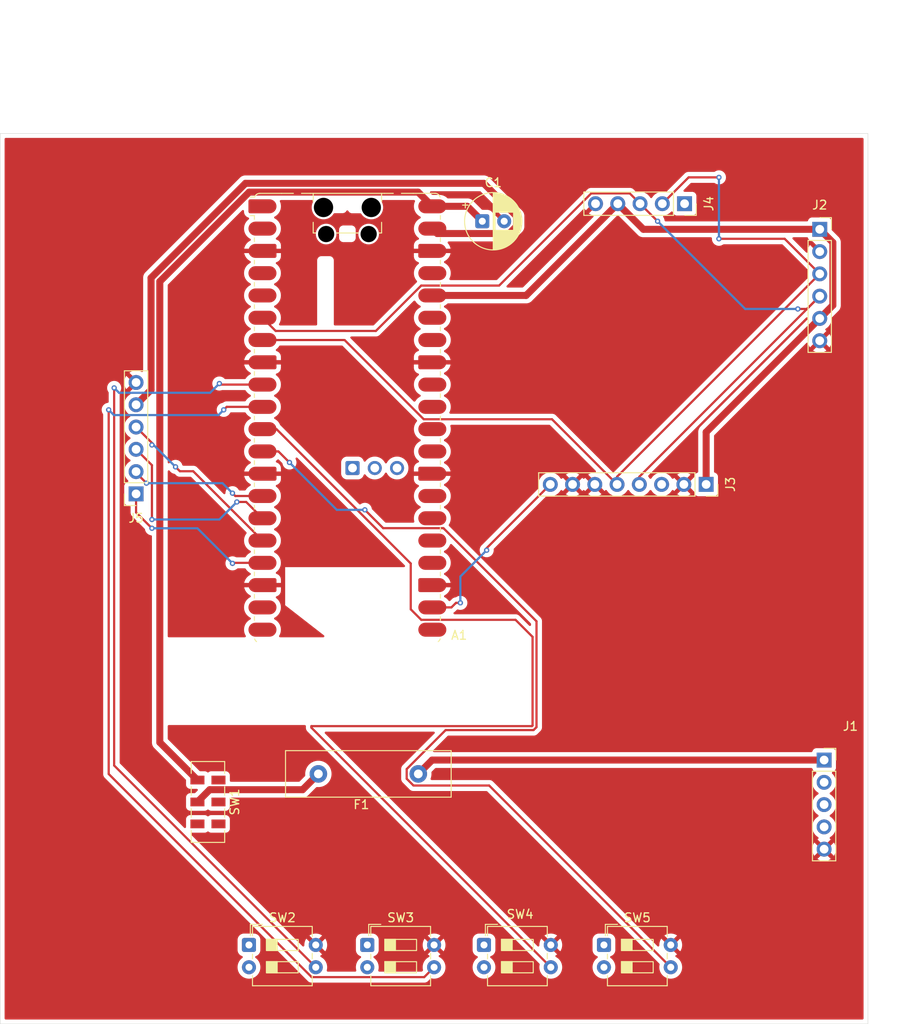
<source format=kicad_pcb>
(kicad_pcb (version 20241229) (generator "pcbnew") (generator_version "9.0")
  (layers (0 "F.Cu" signal) (2 "B.Cu" signal) (13 "F.Paste" user) (15 "B.Paste" user) (5 "F.SilkS" user "F.Silkscreen") (7 "B.SilkS" user "B.Silkscreen") (1 "F.Mask" user) (3 "B.Mask" user) (25 "Edge.Cuts" user))
  (net 0 "")
  (net 2 "RES")
  (net 5 "SCK")
  (net 7 "GND")
  (net 11 "MISO")
  (net 12 "SDA")
  (net 14 "SCL")
  (net 18 "3V3")
  (net 20 "MOSI")
  (net 21 "VSYS")
  (net 22 "CS")
  (net 27 "5V")
  (net 30 "Net-(F1-Pad2)")
  (net 34 "Net-(J1-5V)")
  (net 41 "SW2")
  (net 42 "SW4")
  (net 43 "SW1")
  (net 44 "SW3")
  (footprint "Fuse:Fuse_Littelfuse-LVR100" (layer "F.Cu") (at 99.2 122 180)
    (property "Reference" "F1" (at 6.5 -3.5 0) (layer "F.SilkS"))
    (property "Value" "Bezpiecznik_Polimerowy_RXEF050_72V/0,5A")
    (pad "1" thru_hole circle (at 0 0 180) (size 2 2) (drill 1) (layers "*.Cu" "*.Mask") (net 34 "Net-(J1-5V)"))
    (pad "2" thru_hole circle (at 11.4 0 180) (size 2 2) (drill 1) (layers "*.Cu" "*.Mask") (net 30 "Net-(F1-Pad2)"))
  )
  (footprint "Button_Switch_THT:SW_DIP_SPSTx02_Slide_6.7x6.64mm_W7.62mm_P2.54mm_LowProfile" (layer "F.Cu") (at 106.695 141.5)
    (property "Reference" "SW4" (at 4.12 -3.5 0) (layer "F.SilkS"))
    (property "Value" "SW_Push_Dual")
    (pad "1" thru_hole roundrect (at 0 0) (size 1.6 1.6) (drill 0.8) (layers "*.Cu" "*.Mask") (roundrect_rratio 0.15625))
    (pad "2" thru_hole circle (at 0 2.54) (size 1.6 1.6) (drill 0.8) (layers "*.Cu" "*.Mask"))
    (pad "3" thru_hole circle (at 7.62 2.54) (size 1.6 1.6) (drill 0.8) (layers "*.Cu" "*.Mask") (net 44 "SW3"))
    (pad "4" thru_hole circle (at 7.62 0) (size 1.6 1.6) (drill 0.8) (layers "*.Cu" "*.Mask") (net 7 "GND"))
  )
  (footprint "Capacitor_THT:CP_Radial_D6.3mm_P2.50mm" (layer "F.Cu") (at 106.5 59)
    (property "Reference" "C1" (at 1.25 -4.4 0) (layer "F.SilkS"))
    (property "Value" "Kondensator_100uF/35V")
    (pad "1" thru_hole roundrect (at 0 0) (size 1.6 1.6) (drill 0.8) (layers "*.Cu" "*.Mask") (roundrect_rratio 0.15625) (net 27 "5V"))
    (pad "2" thru_hole circle (at 2.5 0) (size 1.6 1.6) (drill 0.8) (layers "*.Cu" "*.Mask") (net 7 "GND"))
  )
  (footprint "Module:RaspberryPi_Pico_W_SMD_HandSolder" (layer "F.Cu") (at 91.11 81.43)
    (property "Reference" "A1" (at 11.7475 24.765 0) (layer "F.SilkS") (effects (justify left)))
    (property "Value" "RaspberryPi_Pico_2W")
    (pad "" smd rect (at -8.89 -24.13) (size 3.8 2.2) (drill (offset -0.8 0)) (layers "F.Paste"))
    (pad "" smd rect (at -8.89 -21.59) (size 3.8 2.2) (drill (offset -0.8 0)) (layers "F.Paste"))
    (pad "" smd rect (at -8.89 -19.05) (size 3.8 2.2) (drill (offset -0.8 0)) (layers "F.Paste"))
    (pad "" smd rect (at -8.89 -16.51) (size 3.8 2.2) (drill (offset -0.8 0)) (layers "F.Paste"))
    (pad "" smd rect (at -8.89 -13.97) (size 3.8 2.2) (drill (offset -0.8 0)) (layers "F.Paste"))
    (pad "" smd rect (at -8.89 -11.43) (size 3.8 2.2) (drill (offset -0.8 0)) (layers "F.Paste"))
    (pad "" smd rect (at -8.89 -8.89) (size 3.8 2.2) (drill (offset -0.8 0)) (layers "F.Paste"))
    (pad "" smd rect (at -8.89 -6.35) (size 3.8 2.2) (drill (offset -0.8 0)) (layers "F.Paste"))
    (pad "" smd rect (at -8.89 -3.81) (size 3.8 2.2) (drill (offset -0.8 0)) (layers "F.Paste"))
    (pad "" smd rect (at -8.89 -1.27) (size 3.8 2.2) (drill (offset -0.8 0)) (layers "F.Paste"))
    (pad "" smd rect (at -8.89 1.27) (size 3.8 2.2) (drill (offset -0.8 0)) (layers "F.Paste"))
    (pad "" smd rect (at -8.89 3.81) (size 3.8 2.2) (drill (offset -0.8 0)) (layers "F.Paste"))
    (pad "" smd rect (at -8.89 6.35) (size 3.8 2.2) (drill (offset -0.8 0)) (layers "F.Paste"))
    (pad "" smd rect (at -8.89 8.89) (size 3.8 2.2) (drill (offset -0.8 0)) (layers "F.Paste"))
    (pad "" smd rect (at -8.89 11.43) (size 3.8 2.2) (drill (offset -0.8 0)) (layers "F.Paste"))
    (pad "" smd rect (at -8.89 13.97) (size 3.8 2.2) (drill (offset -0.8 0)) (layers "F.Paste"))
    (pad "" smd rect (at -8.89 16.51) (size 3.8 2.2) (drill (offset -0.8 0)) (layers "F.Paste"))
    (pad "" smd rect (at -8.89 19.05) (size 3.8 2.2) (drill (offset -0.8 0)) (layers "F.Paste"))
    (pad "" smd rect (at -8.89 21.59) (size 3.8 2.2) (drill (offset -0.8 0)) (layers "F.Paste"))
    (pad "" smd rect (at -8.89 24.13) (size 3.8 2.2) (drill (offset -0.8 0)) (layers "F.Paste"))
    (pad "" np_thru_hole circle (at -2.725 -24) (size 2.2 2.2) (drill 2.2) (layers "*.Mask"))
    (pad "" np_thru_hole circle (at -2.425 -20.97) (size 1.85 1.85) (drill 1.85) (layers "*.Mask"))
    (pad "" np_thru_hole circle (at 2.425 -20.97) (size 1.85 1.85) (drill 1.85) (layers "*.Mask"))
    (pad "" np_thru_hole circle (at 2.725 -24) (size 2.2 2.2) (drill 2.2) (layers "*.Mask"))
    (pad "" smd rect (at 8.89 -24.13) (size 3.8 2.2) (drill (offset 0.8 0)) (layers "F.Paste"))
    (pad "" smd rect (at 8.89 -21.59) (size 3.8 2.2) (drill (offset 0.8 0)) (layers "F.Paste"))
    (pad "" smd rect (at 8.89 -19.05) (size 3.8 2.2) (drill (offset 0.8 0)) (layers "F.Paste"))
    (pad "" smd rect (at 8.89 -16.51) (size 3.8 2.2) (drill (offset 0.8 0)) (layers "F.Paste"))
    (pad "" smd rect (at 8.89 -13.97) (size 3.8 2.2) (drill (offset 0.8 0)) (layers "F.Paste"))
    (pad "" smd rect (at 8.89 -11.43) (size 3.8 2.2) (drill (offset 0.8 0)) (layers "F.Paste"))
    (pad "" smd rect (at 8.89 -8.89) (size 3.8 2.2) (drill (offset 0.8 0)) (layers "F.Paste"))
    (pad "" smd rect (at 8.89 -6.35) (size 3.8 2.2) (drill (offset 0.8 0)) (layers "F.Paste"))
    (pad "" smd rect (at 8.89 -3.81) (size 3.8 2.2) (drill (offset 0.8 0)) (layers "F.Paste"))
    (pad "" smd rect (at 8.89 -1.27) (size 3.8 2.2) (drill (offset 0.8 0)) (layers "F.Paste"))
    (pad "" smd rect (at 8.89 1.27) (size 3.8 2.2) (drill (offset 0.8 0)) (layers "F.Paste"))
    (pad "" smd rect (at 8.89 3.81) (size 3.8 2.2) (drill (offset 0.8 0)) (layers "F.Paste"))
    (pad "" smd rect (at 8.89 6.35) (size 3.8 2.2) (drill (offset 0.8 0)) (layers "F.Paste"))
    (pad "" smd rect (at 8.89 8.89) (size 3.8 2.2) (drill (offset 0.8 0)) (layers "F.Paste"))
    (pad "" smd rect (at 8.89 11.43) (size 3.8 2.2) (drill (offset 0.8 0)) (layers "F.Paste"))
    (pad "" smd rect (at 8.89 13.97) (size 3.8 2.2) (drill (offset 0.8 0)) (layers "F.Paste"))
    (pad "" smd rect (at 8.89 16.51) (size 3.8 2.2) (drill (offset 0.8 0)) (layers "F.Paste"))
    (pad "" smd rect (at 8.89 19.05) (size 3.8 2.2) (drill (offset 0.8 0)) (layers "F.Paste"))
    (pad "" smd rect (at 8.89 21.59) (size 3.8 2.2) (drill (offset 0.8 0)) (layers "F.Paste"))
    (pad "" smd rect (at 8.89 24.13) (size 3.8 2.2) (drill (offset 0.8 0)) (layers "F.Paste"))
    (pad "1" smd custom (at -9.69 -24.13) (size 1.6 0.8) (layers "F.Cu" "F.Mask") (options (clearance outline) (anchor rect)) (primitives (gr_circle (center 0.8 0) (end 1.6 0) (width 0) (fill yes)) (gr_poly (pts (xy -1.6 -0.6) (xy -1.6 0.6) (xy -1.4 0.8) (xy 0.8 0.8) (xy 0.8 -0.8) (xy -1.4 -0.8)) (width 0) (fill yes)) (gr_circle (center -1.4 -0.6) (end -1.2 -0.6) (width 0) (fill yes)) (gr_circle (center -1.4 0.6) (end -1.2 0.6) (width 0) (fill yes))))
    (pad "2" smd roundrect (at -9.69 -21.59) (size 3.2 1.6) (layers "F.Cu" "F.Mask") (roundrect_rratio 0.5))
    (pad "3" smd custom (at -9.69 -19.05) (size 1.6 0.8) (layers "F.Cu" "F.Mask") (net 7 "GND") (options (clearance outline) (anchor rect)) (primitives (gr_circle (center -0.8 0) (end 0 0) (width 0) (fill yes)) (gr_poly (pts (xy 1.6 -0.6) (xy 1.6 0.6) (xy 1.4 0.8) (xy -0.8 0.8) (xy -0.8 -0.8) (xy 1.4 -0.8)) (width 0) (fill yes)) (gr_circle (center 1.4 -0.6) (end 1.6 -0.6) (width 0) (fill yes)) (gr_circle (center 1.4 0.6) (end 1.6 0.6) (width 0) (fill yes))))
    (pad "4" smd roundrect (at -9.69 -16.51) (size 3.2 1.6) (layers "F.Cu" "F.Mask") (roundrect_rratio 0.5))
    (pad "5" smd roundrect (at -9.69 -13.97) (size 3.2 1.6) (layers "F.Cu" "F.Mask") (roundrect_rratio 0.5))
    (pad "6" smd roundrect (at -9.69 -11.43) (size 3.2 1.6) (layers "F.Cu" "F.Mask") (roundrect_rratio 0.5) (net 12 "SDA"))
    (pad "7" smd roundrect (at -9.69 -8.89) (size 3.2 1.6) (layers "F.Cu" "F.Mask") (roundrect_rratio 0.5) (net 14 "SCL"))
    (pad "8" smd custom (at -9.69 -6.35) (size 1.6 0.8) (layers "F.Cu" "F.Mask") (net 7 "GND") (options (clearance outline) (anchor rect)) (primitives (gr_circle (center -0.8 0) (end 0 0) (width 0) (fill yes)) (gr_poly (pts (xy 1.6 -0.6) (xy 1.6 0.6) (xy 1.4 0.8) (xy -0.8 0.8) (xy -0.8 -0.8) (xy 1.4 -0.8)) (width 0) (fill yes)) (gr_circle (center 1.4 -0.6) (end 1.6 -0.6) (width 0) (fill yes)) (gr_circle (center 1.4 0.6) (end 1.6 0.6) (width 0) (fill yes))))
    (pad "9" smd roundrect (at -9.69 -3.81) (size 3.2 1.6) (layers "F.Cu" "F.Mask") (roundrect_rratio 0.5) (net 43 "SW1"))
    (pad "10" smd roundrect (at -9.69 -1.27) (size 3.2 1.6) (layers "F.Cu" "F.Mask") (roundrect_rratio 0.5) (net 41 "SW2"))
    (pad "11" smd roundrect (at -9.69 1.27) (size 3.2 1.6) (layers "F.Cu" "F.Mask") (roundrect_rratio 0.5) (net 44 "SW3"))
    (pad "12" smd roundrect (at -9.69 3.81) (size 3.2 1.6) (layers "F.Cu" "F.Mask") (roundrect_rratio 0.5) (net 42 "SW4"))
    (pad "13" smd custom (at -9.69 6.35) (size 1.6 0.8) (layers "F.Cu" "F.Mask") (net 7 "GND") (options (clearance outline) (anchor rect)) (primitives (gr_circle (center -0.8 0) (end 0 0) (width 0) (fill yes)) (gr_poly (pts (xy 1.6 -0.6) (xy 1.6 0.6) (xy 1.4 0.8) (xy -0.8 0.8) (xy -0.8 -0.8) (xy 1.4 -0.8)) (width 0) (fill yes)) (gr_circle (center 1.4 -0.6) (end 1.6 -0.6) (width 0) (fill yes)) (gr_circle (center 1.4 0.6) (end 1.6 0.6) (width 0) (fill yes))))
    (pad "14" smd roundrect (at -9.69 8.89) (size 3.2 1.6) (layers "F.Cu" "F.Mask") (roundrect_rratio 0.5) (net 5 "SCK"))
    (pad "15" smd roundrect (at -9.69 11.43) (size 3.2 1.6) (layers "F.Cu" "F.Mask") (roundrect_rratio 0.5) (net 20 "MOSI"))
    (pad "16" smd roundrect (at -9.69 13.97) (size 3.2 1.6) (layers "F.Cu" "F.Mask") (roundrect_rratio 0.5) (net 11 "MISO"))
    (pad "17" smd roundrect (at -9.69 16.51) (size 3.2 1.6) (layers "F.Cu" "F.Mask") (roundrect_rratio 0.5) (net 22 "CS"))
    (pad "18" smd custom (at -9.69 19.05) (size 1.6 0.8) (layers "F.Cu" "F.Mask") (net 7 "GND") (options (clearance outline) (anchor rect)) (primitives (gr_circle (center -0.8 0) (end 0 0) (width 0) (fill yes)) (gr_poly (pts (xy 1.6 -0.6) (xy 1.6 0.6) (xy 1.4 0.8) (xy -0.8 0.8) (xy -0.8 -0.8) (xy 1.4 -0.8)) (width 0) (fill yes)) (gr_circle (center 1.4 -0.6) (end 1.6 -0.6) (width 0) (fill yes)) (gr_circle (center 1.4 0.6) (end 1.6 0.6) (width 0) (fill yes))))
    (pad "19" smd roundrect (at -9.69 21.59) (size 3.2 1.6) (layers "F.Cu" "F.Mask") (roundrect_rratio 0.5))
    (pad "20" smd roundrect (at -9.69 24.13) (size 3.2 1.6) (layers "F.Cu" "F.Mask") (roundrect_rratio 0.5))
    (pad "21" smd roundrect (at 9.69 24.13) (size 3.2 1.6) (layers "F.Cu" "F.Mask") (roundrect_rratio 0.5))
    (pad "22" smd roundrect (at 9.69 21.59) (size 3.2 1.6) (layers "F.Cu" "F.Mask") (roundrect_rratio 0.5) (net 2 "RES"))
    (pad "23" smd custom (at 9.69 19.05) (size 1.6 0.8) (layers "F.Cu" "F.Mask") (net 7 "GND") (options (clearance outline) (anchor rect)) (primitives (gr_circle (center 0.8 0) (end 1.6 0) (width 0) (fill yes)) (gr_poly (pts (xy -1.6 -0.6) (xy -1.6 0.6) (xy -1.4 0.8) (xy 0.8 0.8) (xy 0.8 -0.8) (xy -1.4 -0.8)) (width 0) (fill yes)) (gr_circle (center -1.4 -0.6) (end -1.2 -0.6) (width 0) (fill yes)) (gr_circle (center -1.4 0.6) (end -1.2 0.6) (width 0) (fill yes))))
    (pad "24" smd roundrect (at 9.69 16.51) (size 3.2 1.6) (layers "F.Cu" "F.Mask") (roundrect_rratio 0.5))
    (pad "25" smd roundrect (at 9.69 13.97) (size 3.2 1.6) (layers "F.Cu" "F.Mask") (roundrect_rratio 0.5))
    (pad "26" smd roundrect (at 9.69 11.43) (size 3.2 1.6) (layers "F.Cu" "F.Mask") (roundrect_rratio 0.5))
    (pad "27" smd roundrect (at 9.69 8.89) (size 3.2 1.6) (layers "F.Cu" "F.Mask") (roundrect_rratio 0.5))
    (pad "28" smd custom (at 9.69 6.35) (size 1.6 0.8) (layers "F.Cu" "F.Mask") (net 7 "GND") (options (clearance outline) (anchor rect)) (primitives (gr_circle (center 0.8 0) (end 1.6 0) (width 0) (fill yes)) (gr_poly (pts (xy -1.6 -0.6) (xy -1.6 0.6) (xy -1.4 0.8) (xy 0.8 0.8) (xy 0.8 -0.8) (xy -1.4 -0.8)) (width 0) (fill yes)) (gr_circle (center -1.4 -0.6) (end -1.2 -0.6) (width 0) (fill yes)) (gr_circle (center -1.4 0.6) (end -1.2 0.6) (width 0) (fill yes))))
    (pad "29" smd roundrect (at 9.69 3.81) (size 3.2 1.6) (layers "F.Cu" "F.Mask") (roundrect_rratio 0.5))
    (pad "30" smd roundrect (at 9.69 1.27) (size 3.2 1.6) (layers "F.Cu" "F.Mask") (roundrect_rratio 0.5))
    (pad "31" smd roundrect (at 9.69 -1.27) (size 3.2 1.6) (layers "F.Cu" "F.Mask") (roundrect_rratio 0.5))
    (pad "32" smd roundrect (at 9.69 -3.81) (size 3.2 1.6) (layers "F.Cu" "F.Mask") (roundrect_rratio 0.5))
    (pad "33" smd custom (at 9.69 -6.35) (size 1.6 0.8) (layers "F.Cu" "F.Mask") (net 7 "GND") (options (clearance outline) (anchor rect)) (primitives (gr_circle (center 0.8 0) (end 1.6 0) (width 0) (fill yes)) (gr_poly (pts (xy -1.6 -0.6) (xy -1.6 0.6) (xy -1.4 0.8) (xy 0.8 0.8) (xy 0.8 -0.8) (xy -1.4 -0.8)) (width 0) (fill yes)) (gr_circle (center -1.4 -0.6) (end -1.2 -0.6) (width 0) (fill yes)) (gr_circle (center -1.4 0.6) (end -1.2 0.6) (width 0) (fill yes))))
    (pad "34" smd roundrect (at 9.69 -8.89) (size 3.2 1.6) (layers "F.Cu" "F.Mask") (roundrect_rratio 0.5))
    (pad "35" smd roundrect (at 9.69 -11.43) (size 3.2 1.6) (layers "F.Cu" "F.Mask") (roundrect_rratio 0.5))
    (pad "36" smd roundrect (at 9.69 -13.97) (size 3.2 1.6) (layers "F.Cu" "F.Mask") (roundrect_rratio 0.5) (net 18 "3V3"))
    (pad "37" smd roundrect (at 9.69 -16.51) (size 3.2 1.6) (layers "F.Cu" "F.Mask") (roundrect_rratio 0.5))
    (pad "38" smd custom (at 9.69 -19.05) (size 1.6 0.8) (layers "F.Cu" "F.Mask") (net 7 "GND") (options (clearance outline) (anchor rect)) (primitives (gr_circle (center 0.8 0) (end 1.6 0) (width 0) (fill yes)) (gr_poly (pts (xy -1.6 -0.6) (xy -1.6 0.6) (xy -1.4 0.8) (xy 0.8 0.8) (xy 0.8 -0.8) (xy -1.4 -0.8)) (width 0) (fill yes)) (gr_circle (center -1.4 -0.6) (end -1.2 -0.6) (width 0) (fill yes)) (gr_circle (center -1.4 0.6) (end -1.2 0.6) (width 0) (fill yes))))
    (pad "39" smd roundrect (at 9.69 -21.59) (size 3.2 1.6) (layers "F.Cu" "F.Mask") (roundrect_rratio 0.5) (net 21 "VSYS"))
    (pad "40" smd roundrect (at 9.69 -24.13) (size 3.2 1.6) (layers "F.Cu" "F.Mask") (roundrect_rratio 0.5) (net 27 "5V"))
    (pad "D1" thru_hole roundrect (at 0.5841 5.7) (size 1.6 1.6) (drill 1) (layers "*.Cu" "*.Mask") (roundrect_rratio 0.125))
    (pad "D2" thru_hole circle (at 3.1241 5.7) (size 1.6 1.6) (drill 1) (layers "*.Cu" "*.Mask"))
    (pad "D3" thru_hole circle (at 5.6641 5.7) (size 1.6 1.6) (drill 1) (layers "*.Cu" "*.Mask"))
    (zone (net 0) (net_name "") (layers "F.Cu" "B.Cu" "F.Paste" "B.Paste") (name "RF Copper Keep Out") (connect_pads (clearance 0)) (min_thickness 0.254)
      (keepout (tracks not_allowed) (vias not_allowed) (pads not_allowed) (copperpour not_allowed) (footprints not_allowed))
      (fill (thermal_gap 0.508) (thermal_bridge_width 0.508))
      (polygon (pts (xy 70.11 106.43) (xy 112.11 106.43) (xy 112.11 116.43) (xy 70.11 116.43)))
    )
    (zone (net 0) (net_name "") (layers "F.Cu" "B.Cu" "F.Paste" "B.Paste") (name "Antenna Copper Keep Out") (connect_pads (clearance 0)) (min_thickness 0.254)
      (keepout (tracks not_allowed) (vias not_allowed) (pads not_allowed) (copperpour not_allowed) (footprints not_allowed))
      (fill (thermal_gap 0.508) (thermal_bridge_width 0.508))
      (polygon (pts (xy 88.71 106.419895) (xy 84.01 102.769895) (xy 84.01 98.43) (xy 98.21 98.43) (xy 98.21 102.769895) (xy 93.51 106.419895) (xy 93.51 106.43) (xy 88.71 106.43)))
    )
    (zone (net 0) (net_name "") (layers "F.Cu" "F.Paste") (name "Pad Keep Out TP6") (connect_pads (clearance 0)) (min_thickness 0.25)
      (keepout (tracks not_allowed) (vias not_allowed) (pads not_allowed) (copperpour not_allowed) (footprints allowed))
      (fill (thermal_gap 0.5) (thermal_bridge_width 0.5))
      (polygon (pts (xy 88.094455 71.377861) (xy 87.967833 71.343932) (xy 87.854306 71.278388) (xy 87.761612 71.185694) (xy 87.696068 71.072167) (xy 87.662139 70.945545) (xy 87.66 70.88) (xy 87.66 67.18) (xy 89.56 67.18) (xy 89.56 70.88) (xy 89.557861 70.945545) (xy 89.523932 71.072167) (xy 89.458388 71.185694) (xy 89.365694 71.278388) (xy 89.252167 71.343932) (xy 89.125545 71.377861) (xy 89.06 71.38) (xy 88.16 71.38)))
    )
    (zone (net 0) (net_name "") (layers "F.Cu" "F.Paste") (name "Pad Keep Out TP3") (connect_pads (clearance 0)) (min_thickness 0.25)
      (keepout (tracks not_allowed) (vias not_allowed) (pads not_allowed) (copperpour not_allowed) (footprints allowed))
      (fill (thermal_gap 0.5) (thermal_bridge_width 0.5))
      (polygon (pts (xy 89.162139 56.614455) (xy 89.196068 56.487833) (xy 89.261612 56.374306) (xy 89.354306 56.281612) (xy 89.467833 56.216068) (xy 89.594455 56.182139) (xy 89.66 56.18) (xy 90.11 56.18) (xy 90.11 58.08) (xy 89.66 58.08) (xy 89.594455 58.077861) (xy 89.467833 58.043932) (xy 89.354306 57.978388) (xy 89.261612 57.885694) (xy 89.196068 57.772167) (xy 89.162139 57.645545) (xy 89.16 57.58) (xy 89.16 56.68)))
    )
    (zone (net 0) (net_name "") (layers "F.Cu" "F.Paste") (name "Pad Keep Out TP4") (connect_pads (clearance 0)) (min_thickness 0.25)
      (keepout (tracks not_allowed) (vias not_allowed) (pads not_allowed) (copperpour not_allowed) (footprints allowed))
      (fill (thermal_gap 0.5) (thermal_bridge_width 0.5))
      (polygon (pts (xy 89.56 67.18) (xy 89.56 63.48) (xy 89.557861 63.414455) (xy 89.523933 63.287833) (xy 89.458388 63.174306) (xy 89.365694 63.081612) (xy 89.252167 63.016067) (xy 89.125545 62.982139) (xy 89.06 62.98) (xy 88.16 62.98) (xy 88.094455 62.982139) (xy 87.967833 63.016067) (xy 87.854306 63.081612) (xy 87.761612 63.174306) (xy 87.696067 63.287833) (xy 87.662139 63.414455) (xy 87.66 63.48) (xy 87.66 67.18)))
    )
    (zone (net 0) (net_name "") (layers "F.Cu" "F.Paste") (name "Pad Keep Out TP3") (connect_pads (clearance 0)) (min_thickness 0.25)
      (keepout (tracks not_allowed) (vias not_allowed) (pads not_allowed) (copperpour not_allowed) (footprints allowed))
      (fill (thermal_gap 0.5) (thermal_bridge_width 0.5))
      (polygon (pts (xy 90.11 58.08) (xy 90.56 58.08) (xy 90.625545 58.077861) (xy 90.752167 58.043933) (xy 90.865694 57.978388) (xy 90.958388 57.885694) (xy 91.023933 57.772167) (xy 91.057861 57.645545) (xy 91.06 57.58) (xy 91.06 56.68) (xy 91.057861 56.614455) (xy 91.023933 56.487833) (xy 90.958388 56.374306) (xy 90.865694 56.281612) (xy 90.752167 56.216067) (xy 90.625545 56.182139) (xy 90.56 56.18) (xy 90.11 56.18)))
    )
    (zone (net 0) (net_name "") (layers "F.Cu" "F.Paste") (name "Pad Keep Out TP1") (connect_pads (clearance 0)) (min_thickness 0.25)
      (keepout (tracks not_allowed) (vias not_allowed) (pads not_allowed) (copperpour not_allowed) (footprints allowed))
      (fill (thermal_gap 0.5) (thermal_bridge_width 0.5))
      (polygon (pts (xy 90.162139 59.914455) (xy 90.196068 59.787833) (xy 90.261612 59.674306) (xy 90.354306 59.581612) (xy 90.467833 59.516068) (xy 90.594455 59.482139) (xy 90.66 59.48) (xy 91.11 59.48) (xy 91.11 61.38) (xy 90.66 61.38) (xy 90.594455 61.377861) (xy 90.467833 61.343932) (xy 90.354306 61.278388) (xy 90.261612 61.185694) (xy 90.196068 61.072167) (xy 90.162139 60.945545) (xy 90.16 60.88) (xy 90.16 59.98)))
    )
    (zone (net 0) (net_name "") (layers "F.Cu" "F.Paste") (name "Pad Keep Out TP1") (connect_pads (clearance 0)) (min_thickness 0.25)
      (keepout (tracks not_allowed) (vias not_allowed) (pads not_allowed) (copperpour not_allowed) (footprints allowed))
      (fill (thermal_gap 0.5) (thermal_bridge_width 0.5))
      (polygon (pts (xy 91.11 61.38) (xy 91.56 61.38) (xy 91.625545 61.377861) (xy 91.752167 61.343933) (xy 91.865694 61.278388) (xy 91.958388 61.185694) (xy 92.023933 61.072167) (xy 92.057861 60.945545) (xy 92.06 60.88) (xy 92.06 59.98) (xy 92.057861 59.914455) (xy 92.023933 59.787833) (xy 91.958388 59.674306) (xy 91.865694 59.581612) (xy 91.752167 59.516067) (xy 91.625545 59.482139) (xy 91.56 59.48) (xy 91.11 59.48)))
    )
    (zone (net 0) (net_name "") (layers "F.Cu" "F.Paste") (name "Pad Keep Out TP2") (connect_pads (clearance 0)) (min_thickness 0.25)
      (keepout (tracks not_allowed) (vias not_allowed) (pads not_allowed) (copperpour not_allowed) (footprints allowed))
      (fill (thermal_gap 0.5) (thermal_bridge_width 0.5))
      (polygon (pts (xy 91.162139 56.629455) (xy 91.196068 56.502833) (xy 91.261612 56.389306) (xy 91.354306 56.296612) (xy 91.467833 56.231068) (xy 91.594455 56.197139) (xy 91.66 56.195) (xy 92.11 56.195) (xy 92.11 58.095) (xy 91.66 58.095) (xy 91.594455 58.092861) (xy 91.467833 58.058932) (xy 91.354306 57.993388) (xy 91.261612 57.900694) (xy 91.196068 57.787167) (xy 91.162139 57.660545) (xy 91.16 57.595) (xy 91.16 56.695)))
    )
    (zone (net 0) (net_name "") (layers "F.Cu" "F.Paste") (name "Pad Keep Out TP2") (connect_pads (clearance 0)) (min_thickness 0.25)
      (keepout (tracks not_allowed) (vias not_allowed) (pads not_allowed) (copperpour not_allowed) (footprints allowed))
      (fill (thermal_gap 0.5) (thermal_bridge_width 0.5))
      (polygon (pts (xy 92.11 58.095) (xy 92.56 58.095) (xy 92.625545 58.092861) (xy 92.752167 58.058933) (xy 92.865694 57.993388) (xy 92.958388 57.900694) (xy 93.023933 57.787167) (xy 93.057861 57.660545) (xy 93.06 57.595) (xy 93.06 56.695) (xy 93.057861 56.629455) (xy 93.023933 56.502833) (xy 92.958388 56.389306) (xy 92.865694 56.296612) (xy 92.752167 56.231067) (xy 92.625545 56.197139) (xy 92.56 56.195) (xy 92.11 56.195)))
    )
  )
  (footprint "Button_Switch_THT:SW_DIP_SPSTx02_Slide_6.7x6.64mm_W7.62mm_P2.54mm_LowProfile" (layer "F.Cu") (at 79.88 141.5)
    (property "Reference" "SW2" (at 3.81 -3.11 0) (layer "F.SilkS"))
    (property "Value" "SW_Push_Dual")
    (pad "1" thru_hole roundrect (at 0 0) (size 1.6 1.6) (drill 0.8) (layers "*.Cu" "*.Mask") (roundrect_rratio 0.15625))
    (pad "2" thru_hole circle (at 0 2.54) (size 1.6 1.6) (drill 0.8) (layers "*.Cu" "*.Mask"))
    (pad "3" thru_hole circle (at 7.62 2.54) (size 1.6 1.6) (drill 0.8) (layers "*.Cu" "*.Mask") (net 43 "SW1"))
    (pad "4" thru_hole circle (at 7.62 0) (size 1.6 1.6) (drill 0.8) (layers "*.Cu" "*.Mask") (net 7 "GND"))
  )
  (footprint "Connector_PinSocket_2.54mm:PinSocket_1x05_P2.54mm_Vertical" (layer "F.Cu") (at 145.5 120.42)
    (property "Reference" "J1" (at 3 -3.85 0) (layer "F.SilkS"))
    (property "Value" "Conn_01x05_Socket_USB")
    (pad "1" thru_hole rect (at 0 0) (size 1.7 1.7) (drill 1) (layers "*.Cu" "*.Mask") (net 34 "Net-(J1-5V)"))
    (pad "2" thru_hole circle (at 0 2.54) (size 1.7 1.7) (drill 1) (layers "*.Cu" "*.Mask"))
    (pad "3" thru_hole circle (at 0 5.08) (size 1.7 1.7) (drill 1) (layers "*.Cu" "*.Mask"))
    (pad "4" thru_hole circle (at 0 7.62) (size 1.7 1.7) (drill 1) (layers "*.Cu" "*.Mask"))
    (pad "5" thru_hole circle (at 0 10.16) (size 1.7 1.7) (drill 1) (layers "*.Cu" "*.Mask") (net 7 "GND"))
  )
  (footprint "Connector_PinSocket_2.54mm:PinSocket_1x06_P2.54mm_Vertical" (layer "F.Cu") (at 67 90.08 180)
    (property "Reference" "J5" (at 0 -2.77 0) (layer "F.SilkS"))
    (property "Value" "Conn_01x06_Socket_microSD")
    (pad "1" thru_hole rect (at 0 0 180) (size 1.7 1.7) (drill 1) (layers "*.Cu" "*.Mask") (net 22 "CS"))
    (pad "2" thru_hole circle (at 0 2.54 180) (size 1.7 1.7) (drill 1) (layers "*.Cu" "*.Mask") (net 5 "SCK"))
    (pad "3" thru_hole circle (at 0 5.08 180) (size 1.7 1.7) (drill 1) (layers "*.Cu" "*.Mask") (net 20 "MOSI"))
    (pad "4" thru_hole circle (at 0 7.62 180) (size 1.7 1.7) (drill 1) (layers "*.Cu" "*.Mask") (net 11 "MISO"))
    (pad "5" thru_hole circle (at 0 10.16 180) (size 1.7 1.7) (drill 1) (layers "*.Cu" "*.Mask") (net 21 "VSYS"))
    (pad "6" thru_hole circle (at 0 12.7 180) (size 1.7 1.7) (drill 1) (layers "*.Cu" "*.Mask") (net 7 "GND"))
  )
  (footprint "Connector_PinSocket_2.54mm:PinSocket_1x08_P2.54mm_Vertical" (layer "F.Cu") (at 132.04 89 -90)
    (property "Reference" "J3" (at 0 -2.77 90) (layer "F.SilkS"))
    (property "Value" "Conn_01x08_Socket_OLED")
    (pad "1" thru_hole rect (at 0 0 270) (size 1.7 1.7) (drill 1) (layers "*.Cu" "*.Mask") (net 18 "3V3"))
    (pad "2" thru_hole circle (at 0 2.54 270) (size 1.7 1.7) (drill 1) (layers "*.Cu" "*.Mask") (net 7 "GND"))
    (pad "3" thru_hole circle (at 0 5.08 270) (size 1.7 1.7) (drill 1) (layers "*.Cu" "*.Mask"))
    (pad "4" thru_hole circle (at 0 7.62 270) (size 1.7 1.7) (drill 1) (layers "*.Cu" "*.Mask") (net 12 "SDA"))
    (pad "5" thru_hole circle (at 0 10.16 270) (size 1.7 1.7) (drill 1) (layers "*.Cu" "*.Mask") (net 14 "SCL"))
    (pad "6" thru_hole circle (at 0 12.7 270) (size 1.7 1.7) (drill 1) (layers "*.Cu" "*.Mask") (net 7 "GND"))
    (pad "7" thru_hole circle (at 0 15.24 270) (size 1.7 1.7) (drill 1) (layers "*.Cu" "*.Mask") (net 7 "GND"))
    (pad "8" thru_hole circle (at 0 17.78 270) (size 1.7 1.7) (drill 1) (layers "*.Cu" "*.Mask") (net 2 "RES"))
  )
  (footprint "Connector_PinSocket_2.54mm:PinSocket_1x05_P2.54mm_Vertical" (layer "F.Cu") (at 129.58 57 -90)
    (property "Reference" "J4" (at 0 -2.77 90) (layer "F.SilkS"))
    (property "Value" "Conn_01x05_Socket_RTC")
    (pad "1" thru_hole rect (at 0 0 270) (size 1.7 1.7) (drill 1) (layers "*.Cu" "*.Mask"))
    (pad "2" thru_hole circle (at 0 2.54 270) (size 1.7 1.7) (drill 1) (layers "*.Cu" "*.Mask") (net 14 "SCL"))
    (pad "3" thru_hole circle (at 0 5.08 270) (size 1.7 1.7) (drill 1) (layers "*.Cu" "*.Mask") (net 12 "SDA"))
    (pad "4" thru_hole circle (at 0 7.62 270) (size 1.7 1.7) (drill 1) (layers "*.Cu" "*.Mask") (net 18 "3V3"))
    (pad "5" thru_hole circle (at 0 10.16 270) (size 1.7 1.7) (drill 1) (layers "*.Cu" "*.Mask") (net 7 "GND"))
  )
  (footprint "Connector_PinSocket_2.54mm:PinSocket_1x06_P2.54mm_Vertical" (layer "F.Cu") (at 145 59.92)
    (property "Reference" "J2" (at 0 -2.77 0) (layer "F.SilkS"))
    (property "Value" "Conn_01x06_Socket_bme280")
    (pad "1" thru_hole rect (at 0 0) (size 1.7 1.7) (drill 1) (layers "*.Cu" "*.Mask") (net 18 "3V3"))
    (pad "2" thru_hole circle (at 0 2.54) (size 1.7 1.7) (drill 1) (layers "*.Cu" "*.Mask") (net 7 "GND"))
    (pad "3" thru_hole circle (at 0 5.08) (size 1.7 1.7) (drill 1) (layers "*.Cu" "*.Mask") (net 14 "SCL"))
    (pad "4" thru_hole circle (at 0 7.62) (size 1.7 1.7) (drill 1) (layers "*.Cu" "*.Mask") (net 12 "SDA"))
    (pad "5" thru_hole circle (at 0 10.16) (size 1.7 1.7) (drill 1) (layers "*.Cu" "*.Mask") (net 18 "3V3"))
    (pad "6" thru_hole circle (at 0 12.7) (size 1.7 1.7) (drill 1) (layers "*.Cu" "*.Mask") (net 7 "GND"))
  )
  (footprint "Button_Switch_THT:SW_DIP_SPSTx02_Slide_6.7x6.64mm_W7.62mm_P2.54mm_LowProfile" (layer "F.Cu") (at 93.38 141.5)
    (property "Reference" "SW3" (at 3.81 -3.11 0) (layer "F.SilkS"))
    (property "Value" "SW_Push_Dual")
    (pad "1" thru_hole roundrect (at 0 0) (size 1.6 1.6) (drill 0.8) (layers "*.Cu" "*.Mask") (roundrect_rratio 0.15625))
    (pad "2" thru_hole circle (at 0 2.54) (size 1.6 1.6) (drill 0.8) (layers "*.Cu" "*.Mask"))
    (pad "3" thru_hole circle (at 7.62 2.54) (size 1.6 1.6) (drill 0.8) (layers "*.Cu" "*.Mask") (net 41 "SW2"))
    (pad "4" thru_hole circle (at 7.62 0) (size 1.6 1.6) (drill 0.8) (layers "*.Cu" "*.Mask") (net 7 "GND"))
  )
  (footprint "Button_Switch_SMD:SW_DPDT_CK_JS202011JCQN" (layer "F.Cu") (at 75.2 125.2 -90)
    (property "Reference" "SW1" (at 0 -3.05 90) (layer "F.SilkS"))
    (property "Value" "SW_Slide_DPDT")
    (pad "1" smd rect (at -2.5 -1.2 270) (size 1 1.6) (layers "F.Cu" "F.Mask" "F.Paste"))
    (pad "2" smd rect (at 0 -1.2 270) (size 1 1.6) (layers "F.Cu" "F.Mask" "F.Paste"))
    (pad "3" smd rect (at 2.5 -1.2 270) (size 1 1.6) (layers "F.Cu" "F.Mask" "F.Paste"))
    (pad "4" smd rect (at -2.5 1.2 270) (size 1 1.6) (layers "F.Cu" "F.Mask" "F.Paste") (net 27 "5V"))
    (pad "5" smd rect (at 0 1.2 270) (size 1 1.6) (layers "F.Cu" "F.Mask" "F.Paste") (net 30 "Net-(F1-Pad2)"))
    (pad "6" smd rect (at 2.5 1.2 270) (size 1 1.6) (layers "F.Cu" "F.Mask" "F.Paste"))
  )
  (footprint "Button_Switch_THT:SW_DIP_SPSTx02_Slide_6.7x6.64mm_W7.62mm_P2.54mm_LowProfile" (layer "F.Cu") (at 120.38 141.5)
    (property "Reference" "SW5" (at 3.81 -3.11 0) (layer "F.SilkS"))
    (property "Value" "SW_Push_Dual")
    (pad "1" thru_hole roundrect (at 0 0) (size 1.6 1.6) (drill 0.8) (layers "*.Cu" "*.Mask") (roundrect_rratio 0.15625))
    (pad "2" thru_hole circle (at 0 2.54) (size 1.6 1.6) (drill 0.8) (layers "*.Cu" "*.Mask"))
    (pad "3" thru_hole circle (at 7.62 2.54) (size 1.6 1.6) (drill 0.8) (layers "*.Cu" "*.Mask") (net 42 "SW4"))
    (pad "4" thru_hole circle (at 7.62 0) (size 1.6 1.6) (drill 0.8) (layers "*.Cu" "*.Mask") (net 7 "GND"))
  )
  (gr_rect (start 51.5 49) (end 150.5 150.5) (stroke (width 0.05)) (fill no) (layer "Edge.Cuts"))
  (segment (start 104 102.5) (end 103.5 102.5) (width 0.25) (layer "F.Cu") (net 2))
  (segment (start 102.98 103.02) (end 100.8 103.02) (width 0.25) (layer "F.Cu") (net 2))
  (segment (start 103.5 102.5) (end 102.98 103.02) (width 0.25) (layer "F.Cu") (net 2))
  (segment (start 107 96.26) (end 107 96.5) (width 0.25) (layer "F.Cu") (net 2))
  (segment (start 114.26 89) (end 107 96.26) (width 0.25) (layer "F.Cu") (net 2))
  (via (at 107 96.5) (size 0.6) (drill 0.3) (layers "F.Cu" "B.Cu") (net 2))
  (via (at 104 102.5) (size 0.6) (drill 0.3) (layers "F.Cu" "B.Cu") (net 2))
  (segment (start 107 96.5) (end 104 99.5) (width 0.25) (layer "B.Cu") (net 2))
  (segment (start 104 99.5) (end 104 102.5) (width 0.25) (layer "B.Cu") (net 2))
  (segment (start 78 90) (end 78.32 90.32) (width 0.25) (layer "F.Cu") (net 5))
  (segment (start 78.32 90.32) (end 81.42 90.32) (width 0.25) (layer "F.Cu") (net 5))
  (segment (start 67 87.67392) (end 68.184 88.85792) (width 0.25) (layer "F.Cu") (net 5))
  (segment (start 67 87.54) (end 67 87.67392) (width 0.25) (layer "F.Cu") (net 5))
  (via (at 78 90) (size 0.6) (drill 0.3) (layers "F.Cu" "B.Cu") (net 5))
  (via (at 68.184 88.85792) (size 0.6) (drill 0.3) (layers "F.Cu" "B.Cu") (net 5))
  (segment (start 68.184 88.85792) (end 76.85792 88.85792) (width 0.25) (layer "B.Cu") (net 5))
  (segment (start 76.85792 88.85792) (end 78 90) (width 0.25) (layer "B.Cu") (net 5))
  (segment (start 73.52 87.5) (end 81.42 95.4) (width 0.25) (layer "F.Cu") (net 11))
  (segment (start 68.809 84.269) (end 68.809 84.5) (width 0.25) (layer "F.Cu") (net 11))
  (segment (start 71.5 87) (end 72 87.5) (width 0.25) (layer "F.Cu") (net 11))
  (segment (start 72 87.5) (end 73.52 87.5) (width 0.25) (layer "F.Cu") (net 11))
  (segment (start 67 82.46) (end 68.809 84.269) (width 0.25) (layer "F.Cu") (net 11))
  (via (at 68.809 84.5) (size 0.6) (drill 0.3) (layers "F.Cu" "B.Cu") (net 11))
  (via (at 71.5 87) (size 0.6) (drill 0.3) (layers "F.Cu" "B.Cu") (net 11))
  (segment (start 69 84.5) (end 71.5 87) (width 0.25) (layer "B.Cu") (net 11))
  (segment (start 68.809 84.5) (end 69 84.5) (width 0.25) (layer "B.Cu") (net 11))
  (segment (start 94.361594 71.506) (end 99.533594 66.334) (width 0.25) (layer "F.Cu") (net 12))
  (segment (start 82.926 71.506) (end 94.361594 71.506) (width 0.25) (layer "F.Cu") (net 12))
  (segment (start 145 67.54) (end 124.42 88.12) (width 0.25) (layer "F.Cu") (net 12))
  (segment (start 123.324 55.824) (end 124.5 57) (width 0.25) (layer "F.Cu") (net 12))
  (segment (start 142.5 69) (end 143.54 69) (width 0.25) (layer "F.Cu") (net 12))
  (segment (start 108.422884 66.334) (end 118.932884 55.824) (width 0.25) (layer "F.Cu") (net 12))
  (segment (start 124.5 57) (end 126.5 59) (width 0.25) (layer "F.Cu") (net 12))
  (segment (start 143.54 69) (end 145 67.54) (width 0.25) (layer "F.Cu") (net 12))
  (segment (start 124.42 88.12) (end 124.42 89) (width 0.25) (layer "F.Cu") (net 12))
  (segment (start 118.932884 55.824) (end 123.324 55.824) (width 0.25) (layer "F.Cu") (net 12))
  (segment (start 99.533594 66.334) (end 108.422884 66.334) (width 0.25) (layer "F.Cu") (net 12))
  (segment (start 81.42 70) (end 82.926 71.506) (width 0.25) (layer "F.Cu") (net 12))
  (via (at 142.5 69) (size 0.6) (drill 0.3) (layers "F.Cu" "B.Cu") (net 12))
  (via (at 126.5 59) (size 0.6) (drill 0.3) (layers "F.Cu" "B.Cu") (net 12))
  (segment (start 136.5 69) (end 142.5 69) (width 0.25) (layer "B.Cu") (net 12))
  (segment (start 126.5 59) (end 136.5 69) (width 0.25) (layer "B.Cu") (net 12))
  (segment (start 90.787594 72.54) (end 99.821594 81.574) (width 0.25) (layer "F.Cu") (net 14))
  (segment (start 130.04 54) (end 127.04 57) (width 0.25) (layer "F.Cu") (net 14))
  (segment (start 114.454 81.574) (end 121.88 89) (width 0.25) (layer "F.Cu") (net 14))
  (segment (start 99.821594 81.574) (end 114.454 81.574) (width 0.25) (layer "F.Cu") (net 14))
  (segment (start 121.88 88.12) (end 145 65) (width 0.25) (layer "F.Cu") (net 14))
  (segment (start 141 61) (end 133.5 61) (width 0.25) (layer "F.Cu") (net 14))
  (segment (start 81.42 72.54) (end 90.787594 72.54) (width 0.25) (layer "F.Cu") (net 14))
  (segment (start 121.88 89) (end 121.88 88.12) (width 0.25) (layer "F.Cu") (net 14))
  (segment (start 133.5 54) (end 130.04 54) (width 0.25) (layer "F.Cu") (net 14))
  (segment (start 145 65) (end 141 61) (width 0.25) (layer "F.Cu") (net 14))
  (via (at 133.5 61) (size 0.6) (drill 0.3) (layers "F.Cu" "B.Cu") (net 14))
  (via (at 133.5 54) (size 0.6) (drill 0.3) (layers "F.Cu" "B.Cu") (net 14))
  (segment (start 133.5 61) (end 133.5 54) (width 0.25) (layer "B.Cu") (net 14))
  (segment (start 100.8 67.46) (end 111.5 67.46) (width 0.8) (layer "F.Cu") (net 18))
  (segment (start 121.96 57) (end 124.88 59.92) (width 0.8) (layer "F.Cu") (net 18))
  (segment (start 146.5 68.58) (end 146.5 61.42) (width 0.8) (layer "F.Cu") (net 18))
  (segment (start 111.5 67.46) (end 121.96 57) (width 0.8) (layer "F.Cu") (net 18))
  (segment (start 146.5 61.42) (end 145 59.92) (width 0.8) (layer "F.Cu") (net 18))
  (segment (start 145 70.08) (end 146.5 68.58) (width 0.8) (layer "F.Cu") (net 18))
  (segment (start 145 70.08) (end 132.04 83.04) (width 0.8) (layer "F.Cu") (net 18))
  (segment (start 124.88 59.92) (end 145 59.92) (width 0.8) (layer "F.Cu") (net 18))
  (segment (start 132.04 83.04) (end 132.04 89) (width 0.8) (layer "F.Cu") (net 18))
  (segment (start 68.809 86.809) (end 68.809 93) (width 0.25) (layer "F.Cu") (net 20))
  (segment (start 78.5 91) (end 79.56 91) (width 0.25) (layer "F.Cu") (net 20))
  (segment (start 67 85) (end 68.809 86.809) (width 0.25) (layer "F.Cu") (net 20))
  (segment (start 79.56 91) (end 81.42 92.86) (width 0.25) (layer "F.Cu") (net 20))
  (via (at 78.5 91) (size 0.6) (drill 0.3) (layers "F.Cu" "B.Cu") (net 20))
  (via (at 68.809 93) (size 0.6) (drill 0.3) (layers "F.Cu" "B.Cu") (net 20))
  (segment (start 68.809 93) (end 76.5 93) (width 0.25) (layer "B.Cu") (net 20))
  (segment (start 76.5 93) (end 78.5 91) (width 0.25) (layer "B.Cu") (net 20))
  (segment (start 106.659314 54.678) (end 110.401 58.419686) (width 0.8) (layer "F.Cu") (net 21))
  (segment (start 68.708 78.212) (end 68.708 65.456514) (width 0.8) (layer "F.Cu") (net 21))
  (segment (start 110.401 59.580314) (end 109.580314 60.401) (width 0.8) (layer "F.Cu") (net 21))
  (segment (start 79.486514 54.678) (end 106.659314 54.678) (width 0.8) (layer "F.Cu") (net 21))
  (segment (start 101.361 60.401) (end 100.8 59.84) (width 0.8) (layer "F.Cu") (net 21))
  (segment (start 109.580314 60.401) (end 101.361 60.401) (width 0.8) (layer "F.Cu") (net 21))
  (segment (start 110.401 58.419686) (end 110.401 59.580314) (width 0.8) (layer "F.Cu") (net 21))
  (segment (start 68.708 65.456514) (end 79.486514 54.678) (width 0.8) (layer "F.Cu") (net 21))
  (segment (start 67 79.92) (end 68.708 78.212) (width 0.8) (layer "F.Cu") (net 21))
  (segment (start 67 92.191) (end 68.809 94) (width 0.25) (layer "F.Cu") (net 22))
  (segment (start 67 90.08) (end 67 92.191) (width 0.25) (layer "F.Cu") (net 22))
  (segment (start 78 98) (end 78.06 97.94) (width 0.25) (layer "F.Cu") (net 22))
  (segment (start 78.06 97.94) (end 81.42 97.94) (width 0.25) (layer "F.Cu") (net 22))
  (via (at 68.809 94) (size 0.6) (drill 0.3) (layers "F.Cu" "B.Cu") (net 22))
  (via (at 78 98) (size 0.6) (drill 0.3) (layers "F.Cu" "B.Cu") (net 22))
  (segment (start 74 94) (end 78 98) (width 0.25) (layer "B.Cu") (net 22))
  (segment (start 68.809 94) (end 74 94) (width 0.25) (layer "B.Cu") (net 22))
  (segment (start 74 122.7) (end 69.709 118.409) (width 0.8) (layer "F.Cu") (net 27))
  (segment (start 104.8 57.3) (end 106.5 59) (width 0.8) (layer "F.Cu") (net 27))
  (segment (start 100.8 57.3) (end 104.8 57.3) (width 0.8) (layer "F.Cu") (net 27))
  (segment (start 79.901142 55.679) (end 99.179 55.679) (width 0.8) (layer "F.Cu") (net 27))
  (segment (start 69.709 65.871142) (end 79.901142 55.679) (width 0.8) (layer "F.Cu") (net 27))
  (segment (start 69.709 118.409) (end 69.709 65.871142) (width 0.8) (layer "F.Cu") (net 27))
  (segment (start 99.179 55.679) (end 100.8 57.3) (width 0.8) (layer "F.Cu") (net 27))
  (segment (start 87.8 122) (end 85.999 123.801) (width 0.8) (layer "F.Cu") (net 30))
  (segment (start 75.399 123.801) (end 74 125.2) (width 0.8) (layer "F.Cu") (net 30))
  (segment (start 85.999 123.801) (end 75.399 123.801) (width 0.8) (layer "F.Cu") (net 30))
  (segment (start 100.78 120.42) (end 99.2 122) (width 0.8) (layer "F.Cu") (net 34))
  (segment (start 145.5 120.42) (end 100.78 120.42) (width 0.8) (layer "F.Cu") (net 34))
  (segment (start 63.875 122.007405) (end 63.875 80.5) (width 0.25) (layer "F.Cu") (net 41))
  (segment (start 77 80.5) (end 77.34 80.16) (width 0.25) (layer "F.Cu") (net 41))
  (segment (start 87.033595 145.166) (end 63.875 122.007405) (width 0.25) (layer "F.Cu") (net 41))
  (segment (start 77.34 80.16) (end 81.42 80.16) (width 0.25) (layer "F.Cu") (net 41))
  (segment (start 99.874 145.166) (end 87.033595 145.166) (width 0.25) (layer "F.Cu") (net 41))
  (segment (start 101 144.04) (end 99.874 145.166) (width 0.25) (layer "F.Cu") (net 41))
  (via (at 63.875 80.5) (size 0.6) (drill 0.3) (layers "F.Cu" "B.Cu") (net 41))
  (via (at 77 80.5) (size 0.6) (drill 0.3) (layers "F.Cu" "B.Cu") (net 41))
  (segment (start 63.875 80.5) (end 64.471 81.096) (width 0.25) (layer "B.Cu") (net 41))
  (segment (start 76.404 81.096) (end 77 80.5) (width 0.25) (layer "B.Cu") (net 41))
  (segment (start 64.471 81.096) (end 76.404 81.096) (width 0.25) (layer "B.Cu") (net 41))
  (segment (start 98.650752 123.326) (end 97.874 122.549248) (width 0.25) (layer "F.Cu") (net 42))
  (segment (start 128 144.04) (end 107.286 123.326) (width 0.25) (layer "F.Cu") (net 42))
  (segment (start 97.874 121.450752) (end 102.317752 117.007) (width 0.25) (layer "F.Cu") (net 42))
  (segment (start 107.286 123.326) (end 98.650752 123.326) (width 0.25) (layer "F.Cu") (net 42))
  (segment (start 97.874 122.549248) (end 97.874 121.450752) (width 0.25) (layer "F.Cu") (net 42))
  (segment (start 102.066406 93.986) (end 95.189884 93.986) (width 0.25) (layer "F.Cu") (net 42))
  (segment (start 102.317752 117.007) (end 112.349002 117.007) (width 0.25) (layer "F.Cu") (net 42))
  (segment (start 112.687 116.669002) (end 112.687 104.606594) (width 0.25) (layer "F.Cu") (net 42))
  (segment (start 83.24 85.24) (end 81.42 85.24) (width 0.25) (layer "F.Cu") (net 42))
  (segment (start 112.349002 117.007) (end 112.687 116.669002) (width 0.25) (layer "F.Cu") (net 42))
  (segment (start 112.687 104.606594) (end 102.066406 93.986) (width 0.25) (layer "F.Cu") (net 42))
  (segment (start 84.5 86.5) (end 83.24 85.24) (width 0.25) (layer "F.Cu") (net 42))
  (segment (start 95.189884 93.986) (end 93.101942 91.898058) (width 0.25) (layer "F.Cu") (net 42))
  (via (at 84.5 86.5) (size 0.6) (drill 0.3) (layers "F.Cu" "B.Cu") (net 42))
  (via (at 93.101942 91.898058) (size 0.6) (drill 0.3) (layers "F.Cu" "B.Cu") (net 42))
  (segment (start 93.101942 91.898058) (end 89.898058 91.898058) (width 0.25) (layer "B.Cu") (net 42))
  (segment (start 89.898058 91.898058) (end 84.5 86.5) (width 0.25) (layer "B.Cu") (net 42))
  (segment (start 87.5 144.04) (end 64.5 121.04) (width 0.25) (layer "F.Cu") (net 43))
  (segment (start 76.62 77.62) (end 81.42 77.62) (width 0.25) (layer "F.Cu") (net 43))
  (segment (start 64.5 121.04) (end 64.5 78) (width 0.25) (layer "F.Cu") (net 43))
  (segment (start 76.5 77.5) (end 76.62 77.62) (width 0.25) (layer "F.Cu") (net 43))
  (via (at 64.5 78) (size 0.6) (drill 0.3) (layers "F.Cu" "B.Cu") (net 43))
  (via (at 76.5 77.5) (size 0.6) (drill 0.3) (layers "F.Cu" "B.Cu") (net 43))
  (segment (start 75.444 78.556) (end 76.5 77.5) (width 0.25) (layer "B.Cu") (net 43))
  (segment (start 65.056 78.556) (end 75.444 78.556) (width 0.25) (layer "B.Cu") (net 43))
  (segment (start 64.5 78) (end 65.056 78.556) (width 0.25) (layer "B.Cu") (net 43))
  (segment (start 112.236 116.482192) (end 112.236 106.377808) (width 0.25) (layer "F.Cu") (net 44))
  (segment (start 83.02 82.7) (end 81.42 82.7) (width 0.25) (layer "F.Cu") (net 44))
  (segment (start 87 116.556) (end 112.162192 116.556) (width 0.25) (layer "F.Cu") (net 44))
  (segment (start 114.315 144.04) (end 87 116.725) (width 0.25) (layer "F.Cu") (net 44))
  (segment (start 98.336 103.236406) (end 98.336 98.016) (width 0.25) (layer "F.Cu") (net 44))
  (segment (start 112.236 106.377808) (end 110.292192 104.434) (width 0.25) (layer "F.Cu") (net 44))
  (segment (start 112.162192 116.556) (end 112.236 116.482192) (width 0.25) (layer "F.Cu") (net 44))
  (segment (start 87 116.725) (end 87 116.556) (width 0.25) (layer "F.Cu") (net 44))
  (segment (start 99.533594 104.434) (end 98.336 103.236406) (width 0.25) (layer "F.Cu") (net 44))
  (segment (start 98.336 98.016) (end 83.02 82.7) (width 0.25) (layer "F.Cu") (net 44))
  (segment (start 110.292192 104.434) (end 99.533594 104.434) (width 0.25) (layer "F.Cu") (net 44))
  (zone (net 7) (net_name "GND") (layer "F.Cu") (connect_pads (clearance 0.5)) (min_thickness 0.25) (fill yes (thermal_gap 0.5) (thermal_bridge_width 0.5))
    (polygon (pts (xy 51.5 49.5) (xy 51.5 150) (xy 150.5 150) (xy 150 49.5)))
  )
)
</source>
